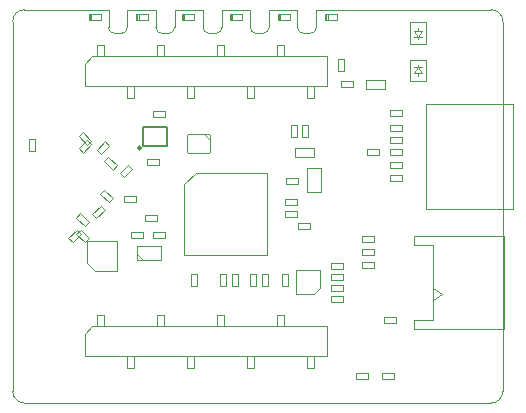
<source format=gbr>
G04 #@! TF.GenerationSoftware,KiCad,Pcbnew,(5.0.0)*
G04 #@! TF.CreationDate,2020-08-24T16:31:51+08:00*
G04 #@! TF.ProjectId,LeashPCB,4C656173685043422E6B696361645F70,B*
G04 #@! TF.SameCoordinates,Original*
G04 #@! TF.FileFunction,Other,Fab,Top*
%FSLAX46Y46*%
G04 Gerber Fmt 4.6, Leading zero omitted, Abs format (unit mm)*
G04 Created by KiCad (PCBNEW (5.0.0)) date 08/24/20 16:31:51*
%MOMM*%
%LPD*%
G01*
G04 APERTURE LIST*
%ADD10C,0.025400*%
%ADD11C,0.100000*%
%ADD12C,0.150000*%
G04 APERTURE END LIST*
D10*
X41500007Y1000000D02*
X41500007Y32300000D01*
X24114006Y33300010D02*
X21714004Y33300010D01*
X12113998Y33300010D02*
X9714004Y33300010D01*
X16114006Y33300010D02*
X13714004Y33300010D01*
X20114006Y33300010D02*
X17714004Y33300010D01*
X0Y32300009D02*
G75*
G02X999999Y33300010I1000000J1D01*
G01*
X1000000Y0D02*
G75*
G02X0Y1000000I0J1000000D01*
G01*
X25714004Y31800010D02*
G75*
G02X25214004Y31300010I-500000J0D01*
G01*
X24614006Y31300010D02*
G75*
G02X24114006Y31800010I0J500000D01*
G01*
X21714004Y31800010D02*
G75*
G02X21214004Y31300010I-500000J0D01*
G01*
X20614006Y31300010D02*
G75*
G02X20114006Y31800010I0J500000D01*
G01*
X17714004Y31800010D02*
G75*
G02X17214004Y31300010I-500000J0D01*
G01*
X9714004Y31800010D02*
G75*
G02X9214004Y31300010I-500000J0D01*
G01*
X8614006Y31300010D02*
G75*
G02X8114006Y31800010I0J500000D01*
G01*
X41500007Y1000000D02*
G75*
G02X40500007Y0I-1000000J0D01*
G01*
X40500007Y33300010D02*
G75*
G02X41500007Y32300000I0J-1000000D01*
G01*
X12613998Y31300010D02*
G75*
G02X12113998Y31800010I0J500000D01*
G01*
X13714004Y31800010D02*
G75*
G02X13214004Y31300010I-500000J0D01*
G01*
X16614006Y31300010D02*
G75*
G02X16114006Y31800010I0J500000D01*
G01*
X25714004Y31800010D02*
X25714004Y33300010D01*
X24114006Y33300010D02*
X24114006Y31800010D01*
X21714004Y31800010D02*
X21714004Y33300010D01*
X20614006Y31300010D02*
X21214004Y31300010D01*
X20114006Y33300010D02*
X20114006Y31800010D01*
X17714004Y31800010D02*
X17714004Y33300010D01*
X16114006Y33300010D02*
X16114006Y31800010D01*
X40500007Y33300010D02*
X25714004Y33300010D01*
X8113998Y33300010D02*
X1000000Y33300010D01*
X24614006Y31300010D02*
X25214004Y31300010D01*
X8113998Y33300010D02*
X8113998Y31800010D01*
X8614006Y31300010D02*
X9214004Y31300010D01*
X9714004Y31800010D02*
X9714004Y33300010D01*
X16614006Y31300010D02*
X17214004Y31300010D01*
X13714004Y31800010D02*
X13714004Y33300010D01*
X12613998Y31300010D02*
X13214004Y31300010D01*
X1000000Y0D02*
X40500007Y0D01*
X0Y32300010D02*
X0Y1000000D01*
X12113998Y33300010D02*
X12113998Y31800010D01*
D11*
G04 #@! TO.C,U9*
X25494005Y9235605D02*
X23994005Y9235605D01*
X25994005Y9735605D02*
X25494005Y9235605D01*
X25994005Y11235605D02*
X25994005Y9735605D01*
X23994005Y11235605D02*
X25994005Y11235605D01*
X23994005Y9235605D02*
X23994005Y11235605D01*
G04 #@! TO.C,C14*
X28775000Y26725000D02*
X27775000Y26725000D01*
X28775000Y27225000D02*
X28775000Y26725000D01*
X27775000Y27225000D02*
X28775000Y27225000D01*
X27775000Y26725000D02*
X27775000Y27225000D01*
G04 #@! TO.C,AE2*
X6965000Y11180000D02*
X6330000Y11815000D01*
X8870000Y11180000D02*
X6965000Y11180000D01*
X8870000Y13720000D02*
X8870000Y11180000D01*
X6330000Y13720000D02*
X8870000Y13720000D01*
X6330000Y11815000D02*
X6330000Y13720000D01*
G04 #@! TO.C,C12*
X31500000Y27375000D02*
X31500000Y26575000D01*
X31500000Y26575000D02*
X29900000Y26575000D01*
X29900000Y26575000D02*
X29900000Y27375000D01*
X29900000Y27375000D02*
X31500000Y27375000D01*
D12*
G04 #@! TO.C,U5*
X11040005Y21800000D02*
X11040005Y23400000D01*
X11040005Y23400000D02*
X13040005Y23400000D01*
X13040005Y23400000D02*
X13040005Y21800000D01*
X13040005Y21800000D02*
X11040005Y21800000D01*
X10881426Y21600000D02*
G75*
G03X10881426Y21600000I-141421J0D01*
G01*
D11*
G04 #@! TO.C,P1*
X35023505Y16384105D02*
X42343505Y16384105D01*
X42343505Y25324105D02*
X42343505Y16384105D01*
X35023505Y25324105D02*
X42343505Y25324105D01*
X35023505Y16384105D02*
X35023505Y25324105D01*
G04 #@! TO.C,D1*
X33628505Y30417605D02*
X33628505Y32217605D01*
X33628505Y32217605D02*
X35028505Y32217605D01*
X35028505Y32217605D02*
X35028505Y30417605D01*
X35028505Y30417605D02*
X33628505Y30417605D01*
X33978505Y31017605D02*
X34678505Y31017605D01*
X34328505Y31017605D02*
X34328505Y30817605D01*
X34328505Y31017605D02*
X33978505Y31517605D01*
X33978505Y31517605D02*
X34678505Y31517605D01*
X34678505Y31517605D02*
X34328505Y31017605D01*
X34328505Y31517605D02*
X34328505Y31767605D01*
G04 #@! TO.C,D9*
X35028505Y29042605D02*
X35028505Y27242605D01*
X35028505Y27242605D02*
X33628505Y27242605D01*
X33628505Y27242605D02*
X33628505Y29042605D01*
X33628505Y29042605D02*
X35028505Y29042605D01*
X34678505Y28442605D02*
X33978505Y28442605D01*
X34328505Y28442605D02*
X34328505Y28642605D01*
X34328505Y28442605D02*
X34678505Y27942605D01*
X34678505Y27942605D02*
X33978505Y27942605D01*
X33978505Y27942605D02*
X34328505Y28442605D01*
X34328505Y27942605D02*
X34328505Y27692605D01*
G04 #@! TO.C,F1*
X32987005Y24273105D02*
X31987005Y24273105D01*
X32987005Y24773105D02*
X32987005Y24273105D01*
X31987005Y24773105D02*
X32987005Y24773105D01*
X31987005Y24273105D02*
X31987005Y24773105D01*
G04 #@! TO.C,F2*
X27525000Y28150000D02*
X27525000Y29150000D01*
X28025000Y28150000D02*
X27525000Y28150000D01*
X28025000Y29150000D02*
X28025000Y28150000D01*
X27525000Y29150000D02*
X28025000Y29150000D01*
G04 #@! TO.C,C25*
X11921005Y24709605D02*
X12921005Y24709605D01*
X11921005Y24209605D02*
X11921005Y24709605D01*
X12921005Y24209605D02*
X11921005Y24209605D01*
X12921005Y24709605D02*
X12921005Y24209605D01*
G04 #@! TO.C,C41*
X29574005Y11946105D02*
X30574005Y11946105D01*
X29574005Y11446105D02*
X29574005Y11946105D01*
X30574005Y11446105D02*
X29574005Y11446105D01*
X30574005Y11946105D02*
X30574005Y11446105D01*
G04 #@! TO.C,C42*
X22839005Y9926105D02*
X22839005Y10926105D01*
X23339005Y9926105D02*
X22839005Y9926105D01*
X23339005Y10926105D02*
X23339005Y9926105D01*
X22839005Y10926105D02*
X23339005Y10926105D01*
G04 #@! TO.C,R53*
X26970505Y9977605D02*
X27970505Y9977605D01*
X26970505Y9477605D02*
X26970505Y9977605D01*
X27970505Y9477605D02*
X26970505Y9477605D01*
X27970505Y9977605D02*
X27970505Y9477605D01*
G04 #@! TO.C,R49*
X24176505Y15248105D02*
X25176505Y15248105D01*
X24176505Y14748105D02*
X24176505Y15248105D01*
X25176505Y14748105D02*
X24176505Y14748105D01*
X25176505Y15248105D02*
X25176505Y14748105D01*
G04 #@! TO.C,R42*
X12349505Y20145605D02*
X11349505Y20145605D01*
X12349505Y20645605D02*
X12349505Y20145605D01*
X11349505Y20645605D02*
X12349505Y20645605D01*
X11349505Y20145605D02*
X11349505Y20645605D01*
G04 #@! TO.C,R40*
X18584505Y9926105D02*
X18584505Y10926105D01*
X19084505Y9926105D02*
X18584505Y9926105D01*
X19084505Y10926105D02*
X19084505Y9926105D01*
X18584505Y10926105D02*
X19084505Y10926105D01*
G04 #@! TO.C,R39*
X17568505Y9926105D02*
X17568505Y10926105D01*
X18068505Y9926105D02*
X17568505Y9926105D01*
X18068505Y10926105D02*
X18068505Y9926105D01*
X17568505Y10926105D02*
X18068505Y10926105D01*
G04 #@! TO.C,R10*
X29075000Y2525000D02*
X30075000Y2525000D01*
X29075000Y2025000D02*
X29075000Y2525000D01*
X30075000Y2025000D02*
X29075000Y2025000D01*
X30075000Y2525000D02*
X30075000Y2025000D01*
G04 #@! TO.C,R9*
X31300000Y2500000D02*
X32300000Y2500000D01*
X31300000Y2000000D02*
X31300000Y2500000D01*
X32300000Y2000000D02*
X31300000Y2000000D01*
X32300000Y2500000D02*
X32300000Y2000000D01*
G04 #@! TO.C,Y2*
X10532005Y13312105D02*
X10532005Y12112105D01*
X10532005Y12112105D02*
X12532005Y12112105D01*
X12532005Y12112105D02*
X12532005Y13312105D01*
X12532005Y13312105D02*
X10532005Y13312105D01*
X10532005Y12612105D02*
X11032005Y12112105D01*
G04 #@! TO.C,J4*
X25548005Y3938000D02*
X25548005Y2938000D01*
X25548005Y2938000D02*
X24948005Y2938000D01*
X17328005Y7478000D02*
X17928005Y7478000D01*
X26618005Y3938000D02*
X6098005Y3938000D01*
X7168005Y6478000D02*
X7168005Y7478000D01*
X7768005Y7478000D02*
X7768005Y6478000D01*
X14788005Y2938000D02*
X14788005Y3938000D01*
X9708005Y2938000D02*
X9708005Y3938000D01*
X17928005Y7478000D02*
X17928005Y6478000D01*
X20468005Y2938000D02*
X19868005Y2938000D01*
X15388005Y3938000D02*
X15388005Y2938000D01*
X22408005Y6478000D02*
X22408005Y7478000D01*
X6098005Y5843000D02*
X6733005Y6478000D01*
X10308005Y3938000D02*
X10308005Y2938000D01*
X20468005Y3938000D02*
X20468005Y2938000D01*
X12248005Y6478000D02*
X12248005Y7478000D01*
X12848005Y7478000D02*
X12848005Y6478000D01*
X23008005Y7478000D02*
X23008005Y6478000D01*
X15388005Y2938000D02*
X14788005Y2938000D01*
X26618005Y6478000D02*
X26618005Y3938000D01*
X22408005Y7478000D02*
X23008005Y7478000D01*
X19868005Y2938000D02*
X19868005Y3938000D01*
X17328005Y6478000D02*
X17328005Y7478000D01*
X6733005Y6478000D02*
X26618005Y6478000D01*
X10308005Y2938000D02*
X9708005Y2938000D01*
X24948005Y2938000D02*
X24948005Y3938000D01*
X6098005Y3938000D02*
X6098005Y5843000D01*
X7168005Y7478000D02*
X7768005Y7478000D01*
X12248005Y7478000D02*
X12848005Y7478000D01*
X6098005Y26798000D02*
X6098005Y28703000D01*
X6098005Y28703000D02*
X6733005Y29338000D01*
X6733005Y29338000D02*
X26618005Y29338000D01*
X26618005Y29338000D02*
X26618005Y26798000D01*
X26618005Y26798000D02*
X6098005Y26798000D01*
X7168005Y29338000D02*
X7168005Y30338000D01*
X7168005Y30338000D02*
X7768005Y30338000D01*
X7768005Y30338000D02*
X7768005Y29338000D01*
X9708005Y25798000D02*
X9708005Y26798000D01*
X10308005Y26798000D02*
X10308005Y25798000D01*
X10308005Y25798000D02*
X9708005Y25798000D01*
X12248005Y29338000D02*
X12248005Y30338000D01*
X12248005Y30338000D02*
X12848005Y30338000D01*
X12848005Y30338000D02*
X12848005Y29338000D01*
X14788005Y25798000D02*
X14788005Y26798000D01*
X15388005Y26798000D02*
X15388005Y25798000D01*
X15388005Y25798000D02*
X14788005Y25798000D01*
X17328005Y29338000D02*
X17328005Y30338000D01*
X17328005Y30338000D02*
X17928005Y30338000D01*
X17928005Y30338000D02*
X17928005Y29338000D01*
X19868005Y25798000D02*
X19868005Y26798000D01*
X20468005Y26798000D02*
X20468005Y25798000D01*
X20468005Y25798000D02*
X19868005Y25798000D01*
X22408005Y29338000D02*
X22408005Y30338000D01*
X22408005Y30338000D02*
X23008005Y30338000D01*
X23008005Y30338000D02*
X23008005Y29338000D01*
X24948005Y25798000D02*
X24948005Y26798000D01*
X25548005Y26798000D02*
X25548005Y25798000D01*
X25548005Y25798000D02*
X24948005Y25798000D01*
G04 #@! TO.C,D7*
X26662505Y32401105D02*
X26662505Y32901105D01*
X26562505Y32401105D02*
X26562505Y32901105D01*
X27462505Y32401105D02*
X26462505Y32401105D01*
X27462505Y32901105D02*
X27462505Y32401105D01*
X26462505Y32901105D02*
X27462505Y32901105D01*
X26462505Y32401105D02*
X26462505Y32901105D01*
G04 #@! TO.C,R54*
X27970505Y10430105D02*
X26970505Y10430105D01*
X27970505Y10930105D02*
X27970505Y10430105D01*
X26970505Y10930105D02*
X27970505Y10930105D01*
X26970505Y10430105D02*
X26970505Y10930105D01*
G04 #@! TO.C,R51*
X30574005Y12525605D02*
X29574005Y12525605D01*
X30574005Y13025605D02*
X30574005Y12525605D01*
X29574005Y13025605D02*
X30574005Y13025605D01*
X29574005Y12525605D02*
X29574005Y13025605D01*
G04 #@! TO.C,U4*
X14521005Y18505605D02*
X15521005Y19505605D01*
X14521005Y12505605D02*
X14521005Y18505605D01*
X21521005Y12505605D02*
X14521005Y12505605D01*
X21521005Y19505605D02*
X21521005Y12505605D01*
X15521005Y19505605D02*
X21521005Y19505605D01*
G04 #@! TO.C,R52*
X26970505Y11882605D02*
X27970505Y11882605D01*
X26970505Y11382605D02*
X26970505Y11882605D01*
X27970505Y11382605D02*
X26970505Y11382605D01*
X27970505Y11882605D02*
X27970505Y11382605D01*
G04 #@! TO.C,R50*
X26970505Y9025105D02*
X27970505Y9025105D01*
X26970505Y8525105D02*
X26970505Y9025105D01*
X27970505Y8525105D02*
X26970505Y8525105D01*
X27970505Y9025105D02*
X27970505Y8525105D01*
G04 #@! TO.C,C40*
X29574005Y14105105D02*
X30574005Y14105105D01*
X29574005Y13605105D02*
X29574005Y14105105D01*
X30574005Y13605105D02*
X29574005Y13605105D01*
X30574005Y14105105D02*
X30574005Y13605105D01*
G04 #@! TO.C,J1*
X34000000Y6250000D02*
X34000000Y7050000D01*
X34000000Y7050000D02*
X35600000Y7050000D01*
X35600000Y7050000D02*
X35600000Y13350000D01*
X35600000Y13350000D02*
X34000000Y13350000D01*
X34000000Y13350000D02*
X34000000Y14150000D01*
X41600000Y6250000D02*
X41600000Y14150000D01*
X34000000Y6250000D02*
X41600000Y6250000D01*
X34000000Y14150000D02*
X41600000Y14150000D01*
X35600000Y8700000D02*
X36307107Y9200000D01*
X36307107Y9200000D02*
X35600000Y9700000D01*
G04 #@! TO.C,R29*
X24990005Y23499105D02*
X24990005Y22499105D01*
X24490005Y23499105D02*
X24990005Y23499105D01*
X24490005Y22499105D02*
X24490005Y23499105D01*
X24990005Y22499105D02*
X24490005Y22499105D01*
G04 #@! TO.C,R28*
X24037505Y23499105D02*
X24037505Y22499105D01*
X23537505Y23499105D02*
X24037505Y23499105D01*
X23537505Y22499105D02*
X23537505Y23499105D01*
X24037505Y22499105D02*
X23537505Y22499105D01*
G04 #@! TO.C,R30*
X31025000Y20975000D02*
X30025000Y20975000D01*
X31025000Y21475000D02*
X31025000Y20975000D01*
X30025000Y21475000D02*
X31025000Y21475000D01*
X30025000Y20975000D02*
X30025000Y21475000D01*
G04 #@! TO.C,R22*
X32975000Y19900000D02*
X31975000Y19900000D01*
X32975000Y20400000D02*
X32975000Y19900000D01*
X31975000Y20400000D02*
X32975000Y20400000D01*
X31975000Y19900000D02*
X31975000Y20400000D01*
G04 #@! TO.C,R21*
X32987005Y20971105D02*
X31987005Y20971105D01*
X32987005Y21471105D02*
X32987005Y20971105D01*
X31987005Y21471105D02*
X32987005Y21471105D01*
X31987005Y20971105D02*
X31987005Y21471105D01*
G04 #@! TO.C,R20*
X32987005Y21987105D02*
X31987005Y21987105D01*
X32987005Y22487105D02*
X32987005Y21987105D01*
X31987005Y22487105D02*
X32987005Y22487105D01*
X31987005Y21987105D02*
X31987005Y22487105D01*
G04 #@! TO.C,R19*
X31987005Y19312105D02*
X32987005Y19312105D01*
X31987005Y18812105D02*
X31987005Y19312105D01*
X32987005Y18812105D02*
X31987005Y18812105D01*
X32987005Y19312105D02*
X32987005Y18812105D01*
G04 #@! TO.C,R18*
X31987005Y23566605D02*
X32987005Y23566605D01*
X31987005Y23066605D02*
X31987005Y23566605D01*
X32987005Y23066605D02*
X31987005Y23066605D01*
X32987005Y23566605D02*
X32987005Y23066605D01*
G04 #@! TO.C,C20*
X23137505Y19058105D02*
X24137505Y19058105D01*
X23137505Y18558105D02*
X23137505Y19058105D01*
X24137505Y18558105D02*
X23137505Y18558105D01*
X24137505Y19058105D02*
X24137505Y18558105D01*
G04 #@! TO.C,C19*
X15592005Y10926105D02*
X15592005Y9926105D01*
X15092005Y10926105D02*
X15592005Y10926105D01*
X15092005Y9926105D02*
X15092005Y10926105D01*
X15592005Y9926105D02*
X15092005Y9926105D01*
G04 #@! TO.C,L6*
X7796835Y16343482D02*
X7089728Y15636375D01*
X7443282Y16697035D02*
X7796835Y16343482D01*
X6736175Y15989928D02*
X7443282Y16697035D01*
X7089728Y15636375D02*
X6736175Y15989928D01*
G04 #@! TO.C,C36*
X4719670Y13948223D02*
X5426777Y14655330D01*
X5073223Y13594670D02*
X4719670Y13948223D01*
X5780330Y14301777D02*
X5073223Y13594670D01*
X5426777Y14655330D02*
X5780330Y14301777D01*
G04 #@! TO.C,C35*
X6101777Y13594670D02*
X5394670Y14301777D01*
X6455330Y13948223D02*
X6101777Y13594670D01*
X5748223Y14655330D02*
X6455330Y13948223D01*
X5394670Y14301777D02*
X5748223Y14655330D01*
G04 #@! TO.C,C34*
X5594670Y21548223D02*
X6301777Y22255330D01*
X5948223Y21194670D02*
X5594670Y21548223D01*
X6655330Y21901777D02*
X5948223Y21194670D01*
X6301777Y22255330D02*
X6655330Y21901777D01*
G04 #@! TO.C,C37*
X1850000Y22355000D02*
X1850000Y21355000D01*
X1350000Y22355000D02*
X1850000Y22355000D01*
X1350000Y21355000D02*
X1350000Y22355000D01*
X1850000Y21355000D02*
X1350000Y21355000D01*
G04 #@! TO.C,C33*
X5948223Y22930330D02*
X6655330Y22223223D01*
X5594670Y22576777D02*
X5948223Y22930330D01*
X6301777Y21869670D02*
X5594670Y22576777D01*
X6655330Y22223223D02*
X6301777Y21869670D01*
G04 #@! TO.C,C28*
X9425000Y17500000D02*
X10425000Y17500000D01*
X9425000Y17000000D02*
X9425000Y17500000D01*
X10425000Y17000000D02*
X9425000Y17000000D01*
X10425000Y17500000D02*
X10425000Y17000000D01*
G04 #@! TO.C,C27*
X12225000Y15425000D02*
X11225000Y15425000D01*
X12225000Y15925000D02*
X12225000Y15425000D01*
X11225000Y15925000D02*
X12225000Y15925000D01*
X11225000Y15425000D02*
X11225000Y15925000D01*
G04 #@! TO.C,L4*
X24888900Y17897600D02*
X24888900Y19897600D01*
X26088900Y17897600D02*
X24888900Y17897600D01*
X26088900Y19897600D02*
X26088900Y17897600D01*
X24888900Y19897600D02*
X26088900Y19897600D01*
G04 #@! TO.C,C1*
X31425000Y7300000D02*
X32425000Y7300000D01*
X31425000Y6800000D02*
X31425000Y7300000D01*
X32425000Y6800000D02*
X31425000Y6800000D01*
X32425000Y7300000D02*
X32425000Y6800000D01*
G04 #@! TO.C,D3*
X22662005Y32401105D02*
X22662005Y32901105D01*
X22562005Y32401105D02*
X22562005Y32901105D01*
X23462005Y32401105D02*
X22462005Y32401105D01*
X23462005Y32901105D02*
X23462005Y32401105D01*
X22462005Y32901105D02*
X23462005Y32901105D01*
X22462005Y32401105D02*
X22462005Y32901105D01*
G04 #@! TO.C,D2*
X18598005Y32401105D02*
X18598005Y32901105D01*
X18498005Y32401105D02*
X18498005Y32901105D01*
X19398005Y32401105D02*
X18398005Y32401105D01*
X19398005Y32901105D02*
X19398005Y32401105D01*
X18398005Y32901105D02*
X19398005Y32901105D01*
X18398005Y32401105D02*
X18398005Y32901105D01*
G04 #@! TO.C,D4*
X14534005Y32401105D02*
X14534005Y32901105D01*
X14434005Y32401105D02*
X14434005Y32901105D01*
X15334005Y32401105D02*
X14334005Y32401105D01*
X15334005Y32901105D02*
X15334005Y32401105D01*
X14334005Y32901105D02*
X15334005Y32901105D01*
X14334005Y32401105D02*
X14334005Y32901105D01*
G04 #@! TO.C,D5*
X10660505Y32401105D02*
X10660505Y32901105D01*
X10560505Y32401105D02*
X10560505Y32901105D01*
X11460505Y32401105D02*
X10460505Y32401105D01*
X11460505Y32901105D02*
X11460505Y32401105D01*
X10460505Y32901105D02*
X11460505Y32901105D01*
X10460505Y32401105D02*
X10460505Y32901105D01*
G04 #@! TO.C,D6*
X6660005Y32401105D02*
X6660005Y32901105D01*
X6560005Y32401105D02*
X6560005Y32901105D01*
X7460005Y32401105D02*
X6460005Y32401105D01*
X7460005Y32901105D02*
X7460005Y32401105D01*
X6460005Y32901105D02*
X7460005Y32901105D01*
X6460005Y32401105D02*
X6460005Y32901105D01*
G04 #@! TO.C,C15*
X10016005Y14486105D02*
X11016005Y14486105D01*
X10016005Y13986105D02*
X10016005Y14486105D01*
X11016005Y13986105D02*
X10016005Y13986105D01*
X11016005Y14486105D02*
X11016005Y13986105D01*
G04 #@! TO.C,C16*
X12921005Y13986105D02*
X11921005Y13986105D01*
X12921005Y14486105D02*
X12921005Y13986105D01*
X11921005Y14486105D02*
X12921005Y14486105D01*
X11921005Y13986105D02*
X11921005Y14486105D01*
G04 #@! TO.C,C17*
X21624505Y10926105D02*
X21624505Y9926105D01*
X21124505Y10926105D02*
X21624505Y10926105D01*
X21124505Y9926105D02*
X21124505Y10926105D01*
X21624505Y9926105D02*
X21124505Y9926105D01*
G04 #@! TO.C,C18*
X20608505Y10926105D02*
X20608505Y9926105D01*
X20108505Y10926105D02*
X20608505Y10926105D01*
X20108505Y9926105D02*
X20108505Y10926105D01*
X20608505Y9926105D02*
X20108505Y9926105D01*
G04 #@! TO.C,C24*
X25501500Y20821700D02*
X23901500Y20821700D01*
X25501500Y21621700D02*
X25501500Y20821700D01*
X23901500Y21621700D02*
X25501500Y21621700D01*
X23901500Y20821700D02*
X23901500Y21621700D01*
G04 #@! TO.C,C29*
X9069670Y19473223D02*
X9776777Y20180330D01*
X9423223Y19119670D02*
X9069670Y19473223D01*
X10130330Y19826777D02*
X9423223Y19119670D01*
X9776777Y20180330D02*
X10130330Y19826777D01*
G04 #@! TO.C,C31*
X7119670Y21448223D02*
X7826777Y22155330D01*
X7473223Y21094670D02*
X7119670Y21448223D01*
X8180330Y21801777D02*
X7473223Y21094670D01*
X7826777Y22155330D02*
X8180330Y21801777D01*
G04 #@! TO.C,C30*
X7764728Y18072035D02*
X8471835Y17364928D01*
X7411175Y17718482D02*
X7764728Y18072035D01*
X8118282Y17011375D02*
X7411175Y17718482D01*
X8471835Y17364928D02*
X8118282Y17011375D01*
G04 #@! TO.C,C32*
X5739728Y16047035D02*
X6446835Y15339928D01*
X5386175Y15693482D02*
X5739728Y16047035D01*
X6093282Y14986375D02*
X5386175Y15693482D01*
X6446835Y15339928D02*
X6093282Y14986375D01*
G04 #@! TO.C,L5*
X8451777Y19769670D02*
X7744670Y20476777D01*
X8805330Y20123223D02*
X8451777Y19769670D01*
X8098223Y20830330D02*
X8805330Y20123223D01*
X7744670Y20476777D02*
X8098223Y20830330D01*
G04 #@! TO.C,R37*
X24097005Y15764105D02*
X23097005Y15764105D01*
X24097005Y16264105D02*
X24097005Y15764105D01*
X23097005Y16264105D02*
X24097005Y16264105D01*
X23097005Y15764105D02*
X23097005Y16264105D01*
G04 #@! TO.C,R38*
X24097005Y16780105D02*
X23097005Y16780105D01*
X24097005Y17280105D02*
X24097005Y16780105D01*
X23097005Y17280105D02*
X24097005Y17280105D01*
X23097005Y16780105D02*
X23097005Y17280105D01*
G04 #@! TO.C,Y3*
X16623005Y21183105D02*
X14823005Y21183105D01*
X14823005Y21183105D02*
X14723005Y21283105D01*
X14723005Y21283105D02*
X14723005Y22683105D01*
X14723005Y22683105D02*
X14823005Y22783105D01*
X14823005Y22783105D02*
X16623005Y22783105D01*
X16623005Y22783105D02*
X16723005Y22683105D01*
X16723005Y22683105D02*
X16723005Y21283105D01*
X16723005Y21283105D02*
X16623005Y21183105D01*
X16723005Y22283105D02*
X16223005Y22783105D01*
G04 #@! TD*
M02*

</source>
